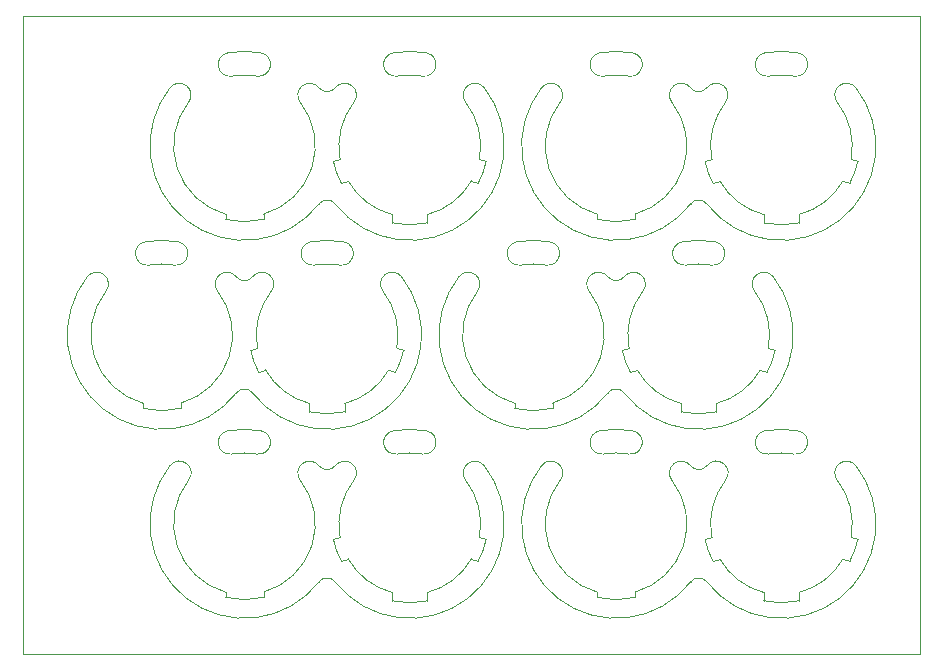
<source format=gbr>
%TF.GenerationSoftware,KiCad,Pcbnew,9.0.2*%
%TF.CreationDate,2025-08-05T01:23:02+01:00*%
%TF.ProjectId,led_jewellery,6c65645f-6a65-4776-956c-6c6572792e6b,rev?*%
%TF.SameCoordinates,Original*%
%TF.FileFunction,Profile,NP*%
%FSLAX46Y46*%
G04 Gerber Fmt 4.6, Leading zero omitted, Abs format (unit mm)*
G04 Created by KiCad (PCBNEW 9.0.2) date 2025-08-05 01:23:02*
%MOMM*%
%LPD*%
G01*
G04 APERTURE LIST*
%TA.AperFunction,Profile*%
%ADD10C,0.050000*%
%TD*%
G04 APERTURE END LIST*
D10*
X134608607Y-90020211D02*
G75*
G02*
X137386943Y-90020343I1388793J-7878489D01*
G01*
X141898652Y-98982433D02*
X142469822Y-99190323D01*
X137497435Y-104415445D02*
G75*
G02*
X134497435Y-104415461I-1500035J6516645D01*
G01*
X117838312Y-76973078D02*
G75*
G02*
X105227570Y-86821357I-6304432J-4925342D01*
G01*
X109751145Y-100861880D02*
G75*
G02*
X106033871Y-103708238I-5217245J2963080D01*
G01*
X136693376Y-108973129D02*
G75*
G02*
X135300490Y-108974246I-696876J539229D01*
G01*
X123617315Y-103676058D02*
X123617315Y-104118395D01*
X96145038Y-106020031D02*
G75*
G02*
X98923377Y-106020034I1389162J-7878469D01*
G01*
X134960445Y-91989023D02*
G75*
G02*
X137034738Y-91989090I1036955J-5909677D01*
G01*
X105632592Y-114982163D02*
G75*
G02*
X106800105Y-110211781I5901308J1083763D01*
G01*
X105061533Y-83190010D02*
X105632591Y-82982162D01*
X128997796Y-88325462D02*
G75*
G02*
X127402223Y-88124241I-96J6425862D01*
G01*
X142469822Y-99190323D02*
G75*
G02*
X141785795Y-101069709I-6472622J1291623D01*
G01*
X105227567Y-86821358D02*
X105227567Y-86821359D01*
X88938619Y-103682777D02*
G75*
G02*
X85806093Y-94204850I1595581J5783977D01*
G01*
X148214751Y-84861511D02*
X148785820Y-85069360D01*
X113033913Y-120415133D02*
X113033913Y-119707894D01*
X95258549Y-94200126D02*
G75*
G02*
X92153751Y-103676113I-4724359J-3698704D01*
G01*
X136525099Y-83189980D02*
X137096155Y-82982134D01*
X117435145Y-114982127D02*
X118006299Y-115190010D01*
X103840039Y-118821579D02*
G75*
G02*
X91230117Y-108973172I-6305839J4923079D01*
G01*
X89492299Y-91989983D02*
G75*
G02*
X91571227Y-91989126I1041901J-5908817D01*
G01*
X135303603Y-118821550D02*
G75*
G02*
X122693754Y-108973200I-6305803J4923050D01*
G01*
X135303273Y-118821293D02*
G75*
G02*
X136691146Y-118821317I693927J-541707D01*
G01*
X110435135Y-98982479D02*
X111006258Y-99190351D01*
X135303273Y-118821293D02*
X135303603Y-118821550D01*
X110838270Y-92973419D02*
G75*
G02*
X98227531Y-102821695I-6304430J-4925341D01*
G01*
X103840039Y-86821579D02*
G75*
G02*
X91230117Y-76973172I-6305839J4923079D01*
G01*
X130617357Y-120118055D02*
G75*
G02*
X128997796Y-120325470I-1619657J6220055D01*
G01*
X103839709Y-86821322D02*
G75*
G02*
X105227537Y-86821381I693891J-541778D01*
G01*
X141608649Y-106019870D02*
G75*
G02*
X144386982Y-106020017I1388751J-7878530D01*
G01*
X103033871Y-104415459D02*
X103033871Y-103708246D01*
X105229812Y-76973158D02*
G75*
G02*
X103836881Y-76974310I-696912J539258D01*
G01*
X127955905Y-107989613D02*
G75*
G02*
X130034832Y-107988758I1041895J-5908887D01*
G01*
X127955905Y-75989613D02*
G75*
G02*
X130034832Y-75988758I1041895J-5908887D01*
G01*
X130617357Y-88118055D02*
G75*
G02*
X128997796Y-88325470I-1619657J6220055D01*
G01*
X116751187Y-116861540D02*
G75*
G02*
X113033910Y-119707882I-5217187J2963040D01*
G01*
X127608602Y-74020002D02*
G75*
G02*
X130386943Y-74019992I1389198J-7878498D01*
G01*
X99153793Y-87675769D02*
X99153793Y-88118084D01*
X102258591Y-78199785D02*
G75*
G02*
X99153793Y-87675770I-4724351J-3698705D01*
G01*
X128303561Y-102821891D02*
G75*
G02*
X115693724Y-92973551I-6305761J4923091D01*
G01*
X123617315Y-104118395D02*
G75*
G02*
X121997754Y-104325802I-1619615J6219995D01*
G01*
X137209129Y-85069366D02*
G75*
G02*
X136525096Y-83189981I5787871J3170766D01*
G01*
X133722155Y-110199756D02*
G75*
G02*
X130617357Y-119675741I-4724355J-3698704D01*
G01*
X105745565Y-117069396D02*
G75*
G02*
X105061550Y-115190006I5788135J3170796D01*
G01*
X148214751Y-116861511D02*
X148785819Y-117069360D01*
X137209130Y-117069367D02*
X137780217Y-116861508D01*
X103839709Y-118821322D02*
X103840039Y-118821579D01*
X141214710Y-100861852D02*
G75*
G02*
X137497432Y-103708188I-5217110J2962952D01*
G01*
X141960487Y-107988682D02*
G75*
G02*
X144034777Y-107988764I1036913J-5909718D01*
G01*
X116751187Y-84861540D02*
G75*
G02*
X113033909Y-87707882I-5217187J2963040D01*
G01*
X99153793Y-88118084D02*
G75*
G02*
X97534232Y-88325482I-1619593J6220084D01*
G01*
X147725861Y-110204944D02*
G75*
G02*
X148898737Y-114982105I-4728361J-3693456D01*
G01*
X105061536Y-115190009D02*
X105632592Y-114982163D01*
X144497477Y-88415103D02*
G75*
G02*
X141497477Y-88415092I-1499977J6516403D01*
G01*
X127402225Y-119682407D02*
X127402223Y-120124240D01*
X113033913Y-88415133D02*
X113033913Y-87707896D01*
X148214751Y-84861511D02*
G75*
G02*
X144497473Y-87707844I-5217151J2963011D01*
G01*
X127402225Y-87682407D02*
X127402223Y-88124240D01*
X116262297Y-110204973D02*
G75*
G02*
X117435163Y-114982130I-4728297J-3693427D01*
G01*
X120955863Y-91989954D02*
G75*
G02*
X123034793Y-91989084I1041937J-5908846D01*
G01*
X105745565Y-85069396D02*
G75*
G02*
X105061530Y-83190011I5787935J3170796D01*
G01*
X105632591Y-82982162D02*
G75*
G02*
X106800104Y-78211781I5901309J1083762D01*
G01*
X105229812Y-108973158D02*
G75*
G02*
X103836881Y-108974310I-696912J539258D01*
G01*
X98632550Y-98982503D02*
G75*
G02*
X99800079Y-94212135I5901280J1083743D01*
G01*
X136691131Y-86821330D02*
X136691131Y-86821329D01*
X110033913Y-88415139D02*
X110033913Y-87707905D01*
X142301834Y-92973390D02*
G75*
G02*
X129691091Y-102821669I-6304434J-4925340D01*
G01*
X136693376Y-76973129D02*
G75*
G02*
X135300490Y-76974246I-696876J539229D01*
G01*
X137497435Y-104415445D02*
X137497435Y-103708200D01*
X97534232Y-120325491D02*
G75*
G02*
X95938659Y-120124270I-132J6425591D01*
G01*
X97534232Y-88325491D02*
G75*
G02*
X95938660Y-88124274I-32J6426491D01*
G01*
X110145085Y-106019899D02*
G75*
G02*
X112923422Y-106020024I1388815J-7878701D01*
G01*
X129691089Y-102821671D02*
X129691089Y-102821670D01*
X120402183Y-103682749D02*
X120402181Y-104124596D01*
X111006258Y-99190351D02*
G75*
G02*
X110322222Y-101069733I-6472058J1291451D01*
G01*
X96492341Y-107989642D02*
G75*
G02*
X98571266Y-107988799I1041859J-5908858D01*
G01*
X141608649Y-74019870D02*
G75*
G02*
X144386982Y-74020017I1388751J-7878530D01*
G01*
X141497477Y-87707877D02*
G75*
G02*
X137780201Y-84861517I1499923J5809377D01*
G01*
X149301876Y-108973049D02*
G75*
G02*
X136691130Y-118821331I-6304436J-4925341D01*
G01*
X137096155Y-114982134D02*
G75*
G02*
X138263696Y-110211773I5901245J1083734D01*
G01*
X96839997Y-102821920D02*
G75*
G02*
X84230088Y-92973523I-6305797J4923120D01*
G01*
X136525099Y-115189980D02*
X137096155Y-114982134D01*
X128303231Y-102821634D02*
G75*
G02*
X129691032Y-102821715I693869J-541766D01*
G01*
X110033913Y-120415137D02*
X110033913Y-119707906D01*
X106033871Y-104415473D02*
G75*
G02*
X103033871Y-104415460I-1499971J6516373D01*
G01*
X130617357Y-119675740D02*
X130617357Y-120118055D01*
X92153751Y-103676112D02*
X92153751Y-104118424D01*
X127608602Y-106020002D02*
G75*
G02*
X130386943Y-106019992I1389198J-7878498D01*
G01*
X98229770Y-92973499D02*
G75*
G02*
X96836891Y-92974610I-696870J539299D01*
G01*
X96839667Y-102821663D02*
X96839997Y-102821920D01*
X95938661Y-119682436D02*
X95938659Y-120124269D01*
X148898718Y-82982102D02*
X149469863Y-83189982D01*
X141497477Y-88415094D02*
X141497477Y-87707877D01*
X141960487Y-75988682D02*
G75*
G02*
X144034777Y-75988764I1036913J-5909718D01*
G01*
X96145038Y-74020031D02*
G75*
G02*
X98923377Y-74020034I1389162J-7878469D01*
G01*
X103839709Y-118821322D02*
G75*
G02*
X105227537Y-118821381I693891J-541778D01*
G01*
X99153793Y-119675769D02*
X99153793Y-120118084D01*
X148898717Y-114982101D02*
X149469864Y-115189982D01*
X116751187Y-84861540D02*
X117322252Y-85069388D01*
X130209088Y-101069707D02*
G75*
G02*
X129525033Y-99190329I5788312J3171007D01*
G01*
X129693334Y-92973470D02*
G75*
G02*
X128300375Y-92974643I-696934J539270D01*
G01*
X134497435Y-103708217D02*
G75*
G02*
X130780152Y-100861859I1499865J5809317D01*
G01*
X105745565Y-85069396D02*
X106316616Y-84861550D01*
X128997796Y-120325462D02*
G75*
G02*
X127402223Y-120124241I-96J6425862D01*
G01*
X121997754Y-104325803D02*
G75*
G02*
X120402180Y-104124601I-54J6426803D01*
G01*
X147725861Y-78204944D02*
G75*
G02*
X148898718Y-82982102I-4728461J-3693456D01*
G01*
X144497477Y-88415103D02*
X144497477Y-87707858D01*
X95938661Y-87682436D02*
G75*
G02*
X92806168Y-78204535I1595539J5783936D01*
G01*
X95938661Y-87682436D02*
X95938659Y-88124279D01*
X137096155Y-82982134D02*
G75*
G02*
X138263696Y-78211773I5901245J1083734D01*
G01*
X128303231Y-102821634D02*
X128303561Y-102821891D01*
X102258591Y-110199785D02*
G75*
G02*
X99153793Y-119675770I-4724351J-3698705D01*
G01*
X90534190Y-104325832D02*
G75*
G02*
X88938615Y-104124621I-90J6426232D01*
G01*
X109751145Y-100861880D02*
X110322220Y-101069732D01*
X99153793Y-120118084D02*
G75*
G02*
X97534232Y-120325482I-1619593J6220084D01*
G01*
X137209130Y-117069367D02*
G75*
G02*
X136525096Y-115189981I5787870J3170767D01*
G01*
X106033871Y-104415473D02*
X106033871Y-103708237D01*
X120402183Y-103682749D02*
G75*
G02*
X117269707Y-94204860I1595617J5783949D01*
G01*
X141214710Y-100861852D02*
X141785784Y-101069703D01*
X98745523Y-101069736D02*
G75*
G02*
X98061487Y-99190354I5788577J3171036D01*
G01*
X136691131Y-118821329D02*
X136691131Y-118821330D01*
X117838312Y-108973078D02*
G75*
G02*
X105227570Y-118821357I-6304432J-4925342D01*
G01*
X134497435Y-104415460D02*
X134497435Y-103708217D01*
X137209129Y-85069366D02*
X137780215Y-84861509D01*
X103033871Y-103708246D02*
G75*
G02*
X99316654Y-100861856I1499929J5809246D01*
G01*
X120608560Y-90020343D02*
G75*
G02*
X123386904Y-90020319I1389240J-7878457D01*
G01*
X88938619Y-103682777D02*
X88938617Y-104124614D01*
X149301876Y-76973049D02*
G75*
G02*
X136691130Y-86821331I-6304436J-4925341D01*
G01*
X113033913Y-88415133D02*
G75*
G02*
X110033913Y-88415139I-1500013J6516733D01*
G01*
X103145043Y-90020240D02*
G75*
G02*
X105923377Y-90020385I1388757J-7878560D01*
G01*
X140725819Y-94205285D02*
G75*
G02*
X141898672Y-98982437I-4728319J-3693415D01*
G01*
X103496881Y-91989052D02*
G75*
G02*
X105571172Y-91989131I1036919J-5909748D01*
G01*
X105227567Y-118821358D02*
X105227567Y-118821359D01*
X141497477Y-119707876D02*
G75*
G02*
X137780202Y-116861516I1499923J5809376D01*
G01*
X89144996Y-90020372D02*
G75*
G02*
X91923338Y-90020360I1389204J-7878428D01*
G01*
X92153751Y-104118424D02*
G75*
G02*
X90534190Y-104325839I-1619651J6220024D01*
G01*
X144497477Y-120415104D02*
G75*
G02*
X141497477Y-120415093I-1499977J6516404D01*
G01*
X98061475Y-99190356D02*
X98632550Y-98982503D01*
X95938661Y-119682436D02*
G75*
G02*
X92806168Y-110204535I1595539J5783936D01*
G01*
X135303603Y-86821550D02*
G75*
G02*
X122693754Y-76973200I-6305803J4923050D01*
G01*
X149469864Y-115189982D02*
G75*
G02*
X148785818Y-117069360I-6471764J1291382D01*
G01*
X116262297Y-78204973D02*
G75*
G02*
X117435144Y-82982127I-4728397J-3693427D01*
G01*
X78765818Y-70898612D02*
X154765818Y-70898612D01*
X154765818Y-124898612D01*
X78765818Y-124898612D01*
X78765818Y-70898612D01*
X110033913Y-119707906D02*
G75*
G02*
X106316628Y-116861544I1500087J5809606D01*
G01*
X127402225Y-87682407D02*
G75*
G02*
X124269783Y-78204546I1595575J5783907D01*
G01*
X96492341Y-75989642D02*
G75*
G02*
X98571266Y-75988799I1041859J-5908858D01*
G01*
X113033913Y-120415133D02*
G75*
G02*
X110033913Y-120415139I-1500013J6516733D01*
G01*
X135303273Y-86821293D02*
X135303603Y-86821550D01*
X126722113Y-94200097D02*
G75*
G02*
X123617315Y-103676058I-4724313J-3698703D01*
G01*
X141497477Y-120415092D02*
X141497477Y-119707876D01*
X135303273Y-86821293D02*
G75*
G02*
X136691146Y-86821317I693927J-541707D01*
G01*
X127402225Y-119682407D02*
G75*
G02*
X124269783Y-110204546I1595575J5783907D01*
G01*
X96839667Y-102821663D02*
G75*
G02*
X98227547Y-102821681I693933J-541737D01*
G01*
X110145085Y-74019899D02*
G75*
G02*
X112923422Y-74020024I1388815J-7878501D01*
G01*
X105745565Y-117069396D02*
X106316617Y-116861550D01*
X98745523Y-101069736D02*
X99316627Y-100861872D01*
X133722155Y-78199756D02*
G75*
G02*
X130617357Y-87675741I-4724355J-3698704D01*
G01*
X110496923Y-107988711D02*
G75*
G02*
X112571217Y-107988771I1036977J-5909789D01*
G01*
X98227525Y-102821700D02*
X98227525Y-102821699D01*
X130096113Y-98982475D02*
G75*
G02*
X131263622Y-94212089I5901287J1083775D01*
G01*
X117435145Y-82982127D02*
X118006299Y-83190010D01*
X129525038Y-99190328D02*
X130096113Y-98982475D01*
X130617357Y-87675740D02*
X130617357Y-88118055D01*
X118006299Y-115190010D02*
G75*
G02*
X117322244Y-117069384I-6471199J1291210D01*
G01*
X109262255Y-94205314D02*
G75*
G02*
X110435117Y-98982476I-4728555J-3693486D01*
G01*
X144497477Y-120415104D02*
X144497477Y-119707856D01*
X130209088Y-101069707D02*
X130780153Y-100861858D01*
X118006299Y-83190010D02*
G75*
G02*
X117322256Y-85069390I-6471599J1291310D01*
G01*
X148214751Y-116861511D02*
G75*
G02*
X144497474Y-119707844I-5217151J2963011D01*
G01*
X103840039Y-86821579D02*
X103839709Y-86821322D01*
X149469863Y-83189982D02*
G75*
G02*
X148785817Y-85069359I-6471763J1291382D01*
G01*
X110033913Y-87707905D02*
G75*
G02*
X106316629Y-84861543I1500087J5809605D01*
G01*
X116751187Y-116861540D02*
X117322249Y-117069387D01*
X110496923Y-75988711D02*
G75*
G02*
X112571217Y-75988771I1036977J-5909689D01*
G01*
%TO.C,REF\u002A\u002A*%
X122693714Y-76973166D02*
G75*
G02*
X124269730Y-78204492I788008J-615663D01*
G01*
X127955907Y-75989615D02*
G75*
G02*
X127608605Y-74020001I-173651J984807D01*
G01*
X98923423Y-74020030D02*
G75*
G02*
X98576121Y-75989644I-173651J-984807D01*
G01*
X102262297Y-78204522D02*
G75*
G02*
X103838315Y-76973195I788009J615664D01*
G01*
X144386987Y-74020001D02*
G75*
G02*
X144039685Y-75989615I-173651J-984807D01*
G01*
X147725861Y-78204493D02*
G75*
G02*
X149301879Y-76973166I788009J615664D01*
G01*
X129693334Y-92973469D02*
G75*
G02*
X131269350Y-94204795I788008J-615663D01*
G01*
X134955527Y-91989918D02*
G75*
G02*
X134608225Y-90020304I-173651J984807D01*
G01*
X105923381Y-90020371D02*
G75*
G02*
X105576079Y-91989985I-173651J-984807D01*
G01*
X109262255Y-94204863D02*
G75*
G02*
X110838273Y-92973536I788009J615664D01*
G01*
X136693376Y-108973128D02*
G75*
G02*
X138269392Y-110204454I788008J-615663D01*
G01*
X141955569Y-107989577D02*
G75*
G02*
X141608267Y-106019963I-173651J984807D01*
G01*
X112923423Y-74020030D02*
G75*
G02*
X112576121Y-75989644I-173651J-984807D01*
G01*
X116262297Y-78204522D02*
G75*
G02*
X117838315Y-76973195I788009J615664D01*
G01*
X123386945Y-90020342D02*
G75*
G02*
X123039643Y-91989956I-173651J-984807D01*
G01*
X126725819Y-94204834D02*
G75*
G02*
X128301837Y-92973507I788009J615664D01*
G01*
X91230150Y-76973195D02*
G75*
G02*
X92806166Y-78204521I788008J-615663D01*
G01*
X96492343Y-75989644D02*
G75*
G02*
X96145041Y-74020030I-173651J984807D01*
G01*
X130386987Y-106020001D02*
G75*
G02*
X130039685Y-107989615I-173651J-984807D01*
G01*
X133725861Y-110204493D02*
G75*
G02*
X135301879Y-108973166I788009J615664D01*
G01*
X98923423Y-106020030D02*
G75*
G02*
X98576121Y-107989644I-173651J-984807D01*
G01*
X102262297Y-110204522D02*
G75*
G02*
X103838315Y-108973195I788009J615664D01*
G01*
X122693714Y-108973166D02*
G75*
G02*
X124269730Y-110204492I788008J-615663D01*
G01*
X127955907Y-107989615D02*
G75*
G02*
X127608605Y-106020001I-173651J984807D01*
G01*
X137386945Y-90020342D02*
G75*
G02*
X137039643Y-91989956I-173651J-984807D01*
G01*
X140725819Y-94204834D02*
G75*
G02*
X142301837Y-92973507I788009J615664D01*
G01*
X91230150Y-108973195D02*
G75*
G02*
X92806166Y-110204521I788008J-615663D01*
G01*
X96492343Y-107989644D02*
G75*
G02*
X96145041Y-106020030I-173651J984807D01*
G01*
X98229770Y-92973498D02*
G75*
G02*
X99805786Y-94204824I788008J-615663D01*
G01*
X103491963Y-91989947D02*
G75*
G02*
X103144661Y-90020333I-173651J984807D01*
G01*
X115693672Y-92973507D02*
G75*
G02*
X117269688Y-94204833I788008J-615663D01*
G01*
X120955865Y-91989956D02*
G75*
G02*
X120608563Y-90020342I-173651J984807D01*
G01*
X105229812Y-108973157D02*
G75*
G02*
X106805828Y-110204483I788008J-615663D01*
G01*
X110492005Y-107989606D02*
G75*
G02*
X110144703Y-106019992I-173651J984807D01*
G01*
X130386987Y-74020001D02*
G75*
G02*
X130039685Y-75989615I-173651J-984807D01*
G01*
X133725861Y-78204493D02*
G75*
G02*
X135301879Y-76973166I788009J615664D01*
G01*
X84230108Y-92973536D02*
G75*
G02*
X85806124Y-94204862I788008J-615663D01*
G01*
X89492301Y-91989985D02*
G75*
G02*
X89144999Y-90020371I-173651J984807D01*
G01*
X105229812Y-76973157D02*
G75*
G02*
X106805828Y-78204483I788008J-615663D01*
G01*
X110492005Y-75989606D02*
G75*
G02*
X110144703Y-74019992I-173651J984807D01*
G01*
X112923423Y-106020030D02*
G75*
G02*
X112576121Y-107989644I-173651J-984807D01*
G01*
X116262297Y-110204522D02*
G75*
G02*
X117838315Y-108973195I788009J615664D01*
G01*
X136693376Y-76973128D02*
G75*
G02*
X138269392Y-78204454I788008J-615663D01*
G01*
X141955569Y-75989577D02*
G75*
G02*
X141608267Y-74019963I-173651J984807D01*
G01*
X144386987Y-106020001D02*
G75*
G02*
X144039685Y-107989615I-173651J-984807D01*
G01*
X147725861Y-110204493D02*
G75*
G02*
X149301879Y-108973166I788009J615664D01*
G01*
X91923381Y-90020371D02*
G75*
G02*
X91576079Y-91989985I-173651J-984807D01*
G01*
X95262255Y-94204863D02*
G75*
G02*
X96838273Y-92973536I788009J615664D01*
G01*
%TD*%
M02*

</source>
